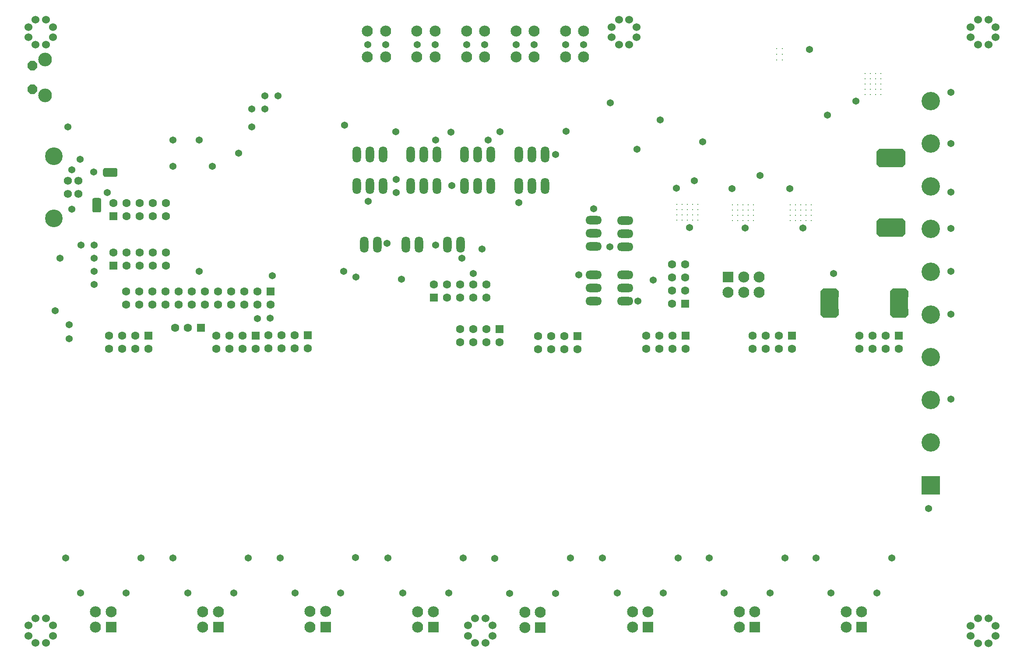
<source format=gbs>
G04*
G04 #@! TF.GenerationSoftware,Altium Limited,Altium Designer,19.0.12 (326)*
G04*
G04 Layer_Color=16711935*
%FSLAX25Y25*%
%MOIN*%
G70*
G01*
G75*
%ADD118C,0.06000*%
%ADD179R,0.08400X0.08400*%
%ADD194C,0.08400*%
%ADD195O,0.13998X0.14000*%
%ADD196R,0.13998X0.14000*%
%ADD197O,0.06400X0.12400*%
%ADD198O,0.12400X0.06400*%
%ADD199R,0.06306X0.06306*%
%ADD200C,0.06306*%
%ADD201R,0.06306X0.06306*%
G04:AMPARAMS|DCode=202|XSize=137mil|YSize=87mil|CornerRadius=0mil|HoleSize=0mil|Usage=FLASHONLY|Rotation=180.000|XOffset=0mil|YOffset=0mil|HoleType=Round|Shape=Octagon|*
%AMOCTAGOND202*
4,1,8,-0.06850,0.02175,-0.06850,-0.02175,-0.04675,-0.04350,0.04675,-0.04350,0.06850,-0.02175,0.06850,0.02175,0.04675,0.04350,-0.04675,0.04350,-0.06850,0.02175,0.0*
%
%ADD202OCTAGOND202*%

%ADD203C,0.10400*%
%ADD204P,0.08010X8X292.5*%
%ADD205C,0.13450*%
%ADD206C,0.06200*%
G04:AMPARAMS|DCode=207|XSize=137mil|YSize=87mil|CornerRadius=0mil|HoleSize=0mil|Usage=FLASHONLY|Rotation=90.000|XOffset=0mil|YOffset=0mil|HoleType=Round|Shape=Octagon|*
%AMOCTAGOND207*
4,1,8,0.02175,0.06850,-0.02175,0.06850,-0.04350,0.04675,-0.04350,-0.04675,-0.02175,-0.06850,0.02175,-0.06850,0.04350,-0.04675,0.04350,0.04675,0.02175,0.06850,0.0*
%
%ADD207OCTAGOND207*%

%ADD208C,0.01000*%
%ADD364R,0.07045X0.03543*%
%ADD365R,0.03543X0.07045*%
%ADD366C,0.05400*%
G04:AMPARAMS|DCode=367|XSize=54mil|YSize=54mil|CornerRadius=27mil|HoleSize=0mil|Usage=FLASHONLY|Rotation=0.000|XOffset=0mil|YOffset=0mil|HoleType=Round|Shape=RoundedRectangle|*
%AMROUNDEDRECTD367*
21,1,0.05400,0.00000,0,0,0.0*
21,1,0.00000,0.05400,0,0,0.0*
1,1,0.05400,0.00000,0.00000*
1,1,0.05400,0.00000,0.00000*
1,1,0.05400,0.00000,0.00000*
1,1,0.05400,0.00000,0.00000*
%
%ADD367ROUNDEDRECTD367*%
G04:AMPARAMS|DCode=368|XSize=54mil|YSize=54mil|CornerRadius=27mil|HoleSize=0mil|Usage=FLASHONLY|Rotation=270.000|XOffset=0mil|YOffset=0mil|HoleType=Round|Shape=RoundedRectangle|*
%AMROUNDEDRECTD368*
21,1,0.05400,0.00000,0,0,270.0*
21,1,0.00000,0.05400,0,0,270.0*
1,1,0.05400,0.00000,0.00000*
1,1,0.05400,0.00000,0.00000*
1,1,0.05400,0.00000,0.00000*
1,1,0.05400,0.00000,0.00000*
%
%ADD368ROUNDEDRECTD368*%
G04:AMPARAMS|DCode=369|XSize=50mil|YSize=67mil|CornerRadius=13.5mil|HoleSize=0mil|Usage=FLASHONLY|Rotation=90.000|XOffset=0mil|YOffset=0mil|HoleType=Round|Shape=RoundedRectangle|*
%AMROUNDEDRECTD369*
21,1,0.05000,0.04000,0,0,90.0*
21,1,0.02300,0.06700,0,0,90.0*
1,1,0.02700,0.02000,0.01150*
1,1,0.02700,0.02000,-0.01150*
1,1,0.02700,-0.02000,-0.01150*
1,1,0.02700,-0.02000,0.01150*
%
%ADD369ROUNDEDRECTD369*%
G04:AMPARAMS|DCode=370|XSize=50mil|YSize=67mil|CornerRadius=13.5mil|HoleSize=0mil|Usage=FLASHONLY|Rotation=180.000|XOffset=0mil|YOffset=0mil|HoleType=Round|Shape=RoundedRectangle|*
%AMROUNDEDRECTD370*
21,1,0.05000,0.04000,0,0,180.0*
21,1,0.02300,0.06700,0,0,180.0*
1,1,0.02700,-0.01150,0.02000*
1,1,0.02700,0.01150,0.02000*
1,1,0.02700,0.01150,-0.02000*
1,1,0.02700,-0.01150,-0.02000*
%
%ADD370ROUNDEDRECTD370*%
G36*
X608559Y259874D02*
X622459D01*
Y268974D01*
X608559D01*
Y259874D01*
D02*
G37*
G36*
X661559D02*
X675459D01*
Y268974D01*
X661559D01*
Y259874D01*
D02*
G37*
G36*
X657805Y328961D02*
Y315061D01*
X666905D01*
Y328961D01*
X657805D01*
D02*
G37*
G36*
Y381961D02*
Y368061D01*
X666905D01*
Y381961D01*
X657805D01*
D02*
G37*
G54D118*
X455275Y480249D02*
D03*
X463149D02*
D03*
X468661Y474737D02*
D03*
Y466863D02*
D03*
X463149Y461351D02*
D03*
X455275D02*
D03*
X449763Y466863D02*
D03*
Y474737D02*
D03*
X345669Y24449D02*
D03*
X353543D02*
D03*
X359055Y18937D02*
D03*
Y11063D02*
D03*
X353543Y5551D02*
D03*
X345669D02*
D03*
X340158Y11063D02*
D03*
Y18937D02*
D03*
X736537Y5351D02*
D03*
X728663D02*
D03*
X723151Y10863D02*
D03*
Y18737D02*
D03*
X728663Y24249D02*
D03*
X736537D02*
D03*
X742049Y18737D02*
D03*
Y10863D02*
D03*
X18937Y5551D02*
D03*
X11063D02*
D03*
X5551Y11063D02*
D03*
Y18937D02*
D03*
X11063Y24449D02*
D03*
X18937D02*
D03*
X24449Y18937D02*
D03*
Y11063D02*
D03*
X18937Y461351D02*
D03*
X11063D02*
D03*
X5551Y466863D02*
D03*
Y474737D02*
D03*
X11063Y480249D02*
D03*
X18937D02*
D03*
X24449Y474737D02*
D03*
Y466863D02*
D03*
X736537Y461351D02*
D03*
X728663D02*
D03*
X723151Y466863D02*
D03*
Y474737D02*
D03*
X728663Y480249D02*
D03*
X736537D02*
D03*
X742049Y474737D02*
D03*
Y466863D02*
D03*
G54D179*
X538389Y284306D02*
D03*
X640062Y17618D02*
D03*
X558762D02*
D03*
X477462D02*
D03*
X395407Y17320D02*
D03*
X313879Y17618D02*
D03*
X231824Y17714D02*
D03*
X150297Y17618D02*
D03*
X68506D02*
D03*
G54D194*
X414560Y471644D02*
D03*
X428339D02*
D03*
Y451959D02*
D03*
X414560D02*
D03*
X376860D02*
D03*
X390640D02*
D03*
Y471644D02*
D03*
X376860D02*
D03*
X339160D02*
D03*
X352940D02*
D03*
Y451959D02*
D03*
X339160D02*
D03*
X301460D02*
D03*
X315240D02*
D03*
Y471644D02*
D03*
X301460D02*
D03*
X263761D02*
D03*
X277540D02*
D03*
Y451959D02*
D03*
X263761D02*
D03*
X562011Y272495D02*
D03*
Y284306D02*
D03*
X550200Y272495D02*
D03*
Y284306D02*
D03*
X538389Y272495D02*
D03*
X640062Y29429D02*
D03*
X628251Y17618D02*
D03*
Y29429D02*
D03*
X546951D02*
D03*
Y17618D02*
D03*
X558762Y29429D02*
D03*
X477462D02*
D03*
X465651Y17618D02*
D03*
Y29429D02*
D03*
X383596Y29131D02*
D03*
Y17320D02*
D03*
X395407Y29131D02*
D03*
X313879Y29429D02*
D03*
X302068Y17618D02*
D03*
Y29429D02*
D03*
X220013Y29525D02*
D03*
Y17714D02*
D03*
X231824Y29525D02*
D03*
X150297Y29429D02*
D03*
X138486Y17618D02*
D03*
Y29429D02*
D03*
X56694D02*
D03*
Y17618D02*
D03*
X68506Y29429D02*
D03*
G54D195*
X692500Y418379D02*
D03*
Y385879D02*
D03*
Y353379D02*
D03*
Y320879D02*
D03*
Y158300D02*
D03*
Y190800D02*
D03*
Y223300D02*
D03*
Y255800D02*
D03*
Y288300D02*
D03*
G54D196*
Y125800D02*
D03*
G54D197*
X379035Y377700D02*
D03*
X389035D02*
D03*
X399035D02*
D03*
X379035Y353700D02*
D03*
X389035D02*
D03*
X399035D02*
D03*
X303000Y309100D02*
D03*
X293000D02*
D03*
X275700Y353700D02*
D03*
X265700D02*
D03*
X255700D02*
D03*
X337800D02*
D03*
X347800D02*
D03*
X357800D02*
D03*
X296750D02*
D03*
X306750D02*
D03*
X316750D02*
D03*
X357800Y377700D02*
D03*
X347800D02*
D03*
X337800D02*
D03*
X316750D02*
D03*
X306750D02*
D03*
X296750D02*
D03*
X275700D02*
D03*
X265700D02*
D03*
X255700D02*
D03*
X334500Y309100D02*
D03*
X324500D02*
D03*
X271300D02*
D03*
X261300D02*
D03*
G54D198*
X436024Y285945D02*
D03*
Y275945D02*
D03*
Y265945D02*
D03*
Y327520D02*
D03*
Y317520D02*
D03*
Y307520D02*
D03*
X459842Y265945D02*
D03*
Y275945D02*
D03*
Y285945D02*
D03*
Y307421D02*
D03*
Y317421D02*
D03*
Y327421D02*
D03*
G54D199*
X668427Y239764D02*
D03*
X587127D02*
D03*
X505827D02*
D03*
X423771Y239466D02*
D03*
X364303Y244643D02*
D03*
X218397Y239860D02*
D03*
X96870Y239764D02*
D03*
X178661D02*
D03*
X314476Y268686D02*
D03*
X190100Y273400D02*
D03*
X70300Y293100D02*
D03*
Y330594D02*
D03*
G54D200*
X668427Y229764D02*
D03*
X658427Y239764D02*
D03*
Y229764D02*
D03*
X648427Y239764D02*
D03*
Y229764D02*
D03*
X638427Y239764D02*
D03*
Y229764D02*
D03*
X587127D02*
D03*
X577127Y239764D02*
D03*
Y229764D02*
D03*
X567127Y239764D02*
D03*
Y229764D02*
D03*
X557127Y239764D02*
D03*
Y229764D02*
D03*
X505827D02*
D03*
X495827Y239764D02*
D03*
Y229764D02*
D03*
X485827Y239764D02*
D03*
Y229764D02*
D03*
X475827Y239764D02*
D03*
Y229764D02*
D03*
X423771Y229466D02*
D03*
X413771Y239466D02*
D03*
Y229466D02*
D03*
X403771Y239466D02*
D03*
Y229466D02*
D03*
X393771Y239466D02*
D03*
Y229466D02*
D03*
X364303Y234643D02*
D03*
X354303Y244643D02*
D03*
Y234643D02*
D03*
X344303Y244643D02*
D03*
Y234643D02*
D03*
X334303Y244643D02*
D03*
Y234643D02*
D03*
X218397Y229860D02*
D03*
X208397Y239860D02*
D03*
Y229860D02*
D03*
X198397Y239860D02*
D03*
Y229860D02*
D03*
X188397Y239860D02*
D03*
Y229860D02*
D03*
X96870Y229764D02*
D03*
X86870Y239764D02*
D03*
Y229764D02*
D03*
X76870Y239764D02*
D03*
Y229764D02*
D03*
X66870Y239764D02*
D03*
Y229764D02*
D03*
X126969Y245787D02*
D03*
X117205D02*
D03*
X178661Y229764D02*
D03*
X168661Y239764D02*
D03*
Y229764D02*
D03*
X158661Y239764D02*
D03*
Y229764D02*
D03*
X148661Y239764D02*
D03*
Y229764D02*
D03*
X495807Y294055D02*
D03*
X505807D02*
D03*
X495807Y284055D02*
D03*
X505807D02*
D03*
X495807Y274055D02*
D03*
X505807D02*
D03*
X495807Y264055D02*
D03*
X354476Y278686D02*
D03*
Y268686D02*
D03*
X344476Y278686D02*
D03*
Y268686D02*
D03*
X334476Y278686D02*
D03*
Y268686D02*
D03*
X324476Y278686D02*
D03*
Y268686D02*
D03*
X314476Y278686D02*
D03*
X80100Y263400D02*
D03*
Y273400D02*
D03*
X90100Y263400D02*
D03*
Y273400D02*
D03*
X100100Y263400D02*
D03*
Y273400D02*
D03*
X110100Y263400D02*
D03*
Y273400D02*
D03*
X120100Y263400D02*
D03*
Y273400D02*
D03*
X130100Y263400D02*
D03*
Y273400D02*
D03*
X140100Y263400D02*
D03*
Y273400D02*
D03*
X150100Y263400D02*
D03*
Y273400D02*
D03*
X160100Y263400D02*
D03*
Y273400D02*
D03*
X170100Y263400D02*
D03*
Y273400D02*
D03*
X180100Y263400D02*
D03*
Y273400D02*
D03*
X190100Y263400D02*
D03*
X110300Y303100D02*
D03*
Y293100D02*
D03*
X100300Y303100D02*
D03*
Y293100D02*
D03*
X90300Y303100D02*
D03*
Y293100D02*
D03*
X80300Y303100D02*
D03*
Y293100D02*
D03*
X70300Y303100D02*
D03*
X110300Y340594D02*
D03*
Y330594D02*
D03*
X100300Y340594D02*
D03*
Y330594D02*
D03*
X90300Y340594D02*
D03*
Y330594D02*
D03*
X80300Y340594D02*
D03*
Y330594D02*
D03*
X70300Y340594D02*
D03*
G54D201*
X136969Y245787D02*
D03*
X505807Y264055D02*
D03*
G54D202*
X615519Y257769D02*
D03*
Y271169D02*
D03*
X668519D02*
D03*
Y257769D02*
D03*
G54D203*
X18400Y422500D02*
D03*
Y450100D02*
D03*
G54D204*
X8600Y427400D02*
D03*
Y445200D02*
D03*
G54D205*
X25000Y329100D02*
D03*
Y376422D02*
D03*
G54D206*
X35700Y347800D02*
D03*
Y357721D02*
D03*
X43600D02*
D03*
Y347800D02*
D03*
G54D207*
X655700Y375000D02*
D03*
X669100D02*
D03*
Y322000D02*
D03*
X655700D02*
D03*
G54D208*
X579700Y449687D02*
D03*
X575369D02*
D03*
X579700Y454018D02*
D03*
X575369D02*
D03*
X579700Y458349D02*
D03*
X575369D02*
D03*
X589711Y339197D02*
D03*
X585711D02*
D03*
Y335197D02*
D03*
X589711D02*
D03*
Y331197D02*
D03*
X585711D02*
D03*
Y327197D02*
D03*
X589711D02*
D03*
X597711D02*
D03*
X601711D02*
D03*
Y331197D02*
D03*
X597711D02*
D03*
Y335197D02*
D03*
X601711D02*
D03*
Y339197D02*
D03*
X597711D02*
D03*
X593711D02*
D03*
Y335197D02*
D03*
Y327197D02*
D03*
Y331197D02*
D03*
X549712Y331196D02*
D03*
Y327196D02*
D03*
Y335196D02*
D03*
Y339196D02*
D03*
X553712D02*
D03*
X557712D02*
D03*
Y335196D02*
D03*
X553712D02*
D03*
Y331196D02*
D03*
X557712D02*
D03*
Y327196D02*
D03*
X553712D02*
D03*
X545712D02*
D03*
X541712D02*
D03*
Y331196D02*
D03*
X545712D02*
D03*
Y335196D02*
D03*
X541712D02*
D03*
Y339196D02*
D03*
X545712D02*
D03*
X650501Y431294D02*
D03*
X654501D02*
D03*
X646501D02*
D03*
X642501D02*
D03*
Y435294D02*
D03*
Y439294D02*
D03*
X646501D02*
D03*
Y435294D02*
D03*
X650501D02*
D03*
Y439294D02*
D03*
X654501D02*
D03*
Y435294D02*
D03*
Y427294D02*
D03*
Y423294D02*
D03*
X650501D02*
D03*
Y427294D02*
D03*
X646501D02*
D03*
Y423294D02*
D03*
X642501D02*
D03*
Y427294D02*
D03*
X507362Y331596D02*
D03*
Y327596D02*
D03*
Y335596D02*
D03*
Y339596D02*
D03*
X511362D02*
D03*
X515362D02*
D03*
Y335596D02*
D03*
X511362D02*
D03*
Y331596D02*
D03*
X515362D02*
D03*
Y327596D02*
D03*
X511362D02*
D03*
X503362D02*
D03*
X499362D02*
D03*
Y331596D02*
D03*
X503362D02*
D03*
Y335596D02*
D03*
X499362D02*
D03*
Y339596D02*
D03*
X503362D02*
D03*
G54D364*
X57656Y338765D02*
D03*
G54D365*
X68110Y363941D02*
D03*
G54D366*
X246246Y400062D02*
D03*
X285168Y395148D02*
D03*
X327444Y394758D02*
D03*
X364728Y395148D02*
D03*
X414960Y395304D02*
D03*
X263874Y461370D02*
D03*
X277758D02*
D03*
X301626D02*
D03*
X315198D02*
D03*
X339222D02*
D03*
X352872D02*
D03*
X377052D02*
D03*
X390702D02*
D03*
X414648D02*
D03*
X428376D02*
D03*
X378839Y341043D02*
D03*
X691142Y107972D02*
D03*
X406960Y377700D02*
D03*
X91339Y70476D02*
D03*
X80136Y43504D02*
D03*
X45177D02*
D03*
X33858Y70374D02*
D03*
X662895Y70476D02*
D03*
X651693Y43504D02*
D03*
X616734D02*
D03*
X605415Y70374D02*
D03*
X581595Y70476D02*
D03*
X570393Y43504D02*
D03*
X535434D02*
D03*
X524115Y70374D02*
D03*
X500295Y70476D02*
D03*
X489093Y43504D02*
D03*
X454134D02*
D03*
X442815Y70374D02*
D03*
X418240Y70178D02*
D03*
X407037Y43206D02*
D03*
X372078D02*
D03*
X360759Y70076D02*
D03*
X336713Y70476D02*
D03*
X325510Y43504D02*
D03*
X290551D02*
D03*
X279232Y70374D02*
D03*
X254657Y70572D02*
D03*
X243455Y43600D02*
D03*
X208496D02*
D03*
X197177Y70470D02*
D03*
X173130Y70476D02*
D03*
X115650Y70374D02*
D03*
X126969Y43504D02*
D03*
X161927D02*
D03*
X191437Y285335D02*
D03*
X289637Y282685D02*
D03*
X707928Y288678D02*
D03*
X38600Y366148D02*
D03*
X44900Y373900D02*
D03*
X285500Y358548D02*
D03*
X707928Y385866D02*
D03*
X264244Y342156D02*
D03*
X315500Y388548D02*
D03*
X285500Y348548D02*
D03*
X355500Y388548D02*
D03*
X328051Y353839D02*
D03*
X635700Y418457D02*
D03*
X512570Y357773D02*
D03*
X707928Y255918D02*
D03*
Y321282D02*
D03*
X38600Y336148D02*
D03*
X55413Y364198D02*
D03*
X707928Y191178D02*
D03*
X618540Y286884D02*
D03*
X448538Y416921D02*
D03*
X486595Y404098D02*
D03*
X36513Y248024D02*
D03*
X36583Y237252D02*
D03*
X509012Y322049D02*
D03*
X551212Y321649D02*
D03*
X595311Y321649D02*
D03*
X707928Y349050D02*
D03*
X254893Y284249D02*
D03*
X350886Y305709D02*
D03*
X165500Y378548D02*
D03*
X195500Y422485D02*
D03*
X185500Y412485D02*
D03*
Y422485D02*
D03*
X179921Y252756D02*
D03*
X245500Y288548D02*
D03*
X189567Y252953D02*
D03*
X335500Y298548D02*
D03*
X315500Y308548D02*
D03*
X278614Y309840D02*
D03*
X135500Y288548D02*
D03*
X55709Y308548D02*
D03*
X55500Y288548D02*
D03*
X26100Y258800D02*
D03*
X55500Y298548D02*
D03*
Y278548D02*
D03*
X29500Y298548D02*
D03*
X45709Y308548D02*
D03*
X65500Y348548D02*
D03*
X115500Y368548D02*
D03*
X145500D02*
D03*
X175500Y398548D02*
D03*
X613848Y407644D02*
D03*
X135500Y388548D02*
D03*
X115500D02*
D03*
X469012Y381697D02*
D03*
X562570Y361710D02*
D03*
X585311Y351649D02*
D03*
X541212Y351649D02*
D03*
X499012Y352049D02*
D03*
X35500Y398548D02*
D03*
X175500Y412485D02*
D03*
X707928Y425144D02*
D03*
G54D367*
X448200Y307380D02*
D03*
X424578Y285923D02*
D03*
X469657Y266139D02*
D03*
X481468Y281887D02*
D03*
G54D368*
X436024Y336415D02*
D03*
X518830Y387486D02*
D03*
X600300Y457748D02*
D03*
X344476Y286907D02*
D03*
G54D369*
X57579Y341863D02*
D03*
Y335863D02*
D03*
G54D370*
X71012Y363863D02*
D03*
X65012D02*
D03*
M02*

</source>
